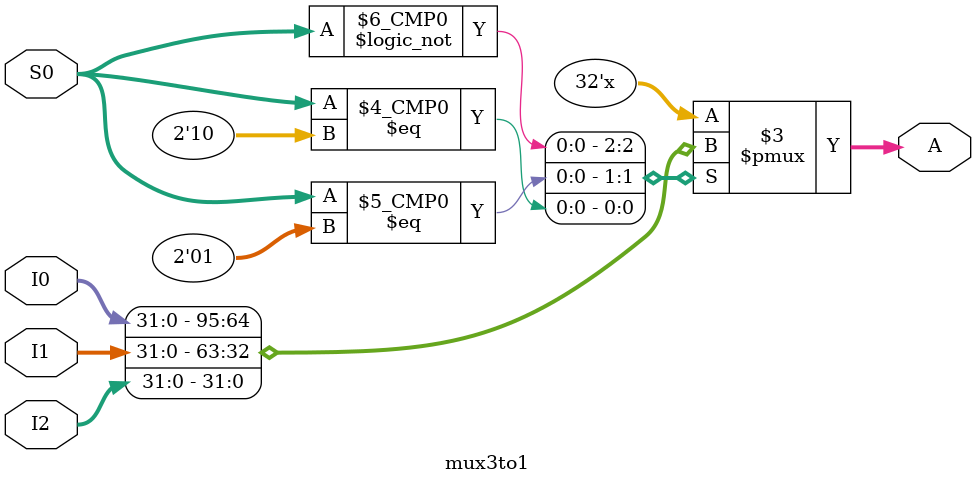
<source format=v>
/*
 * Taylor Skilling
 * Will Johnson
 * 12/14/2016
 * EECE 3324
 *
 * mux3to1.v -- 32-bit 3:1 mux for X stage 
 */

module mux3to1(I0, I1, I2, S0, A);
input [31:0] I0, I1, I2; 
input [1:0] S0;          
output reg [31:0] A;    

initial
begin
    A = 0;
end
  
always @ (I0 or I1 or I2 or S0) begin
    case(S0)
      2'b00: begin
        A <= I0;
      end
      2'b01: begin
        A <= I1;
      end
      2'b10: begin
        A <= I2;
      end
    endcase
  end

endmodule

</source>
